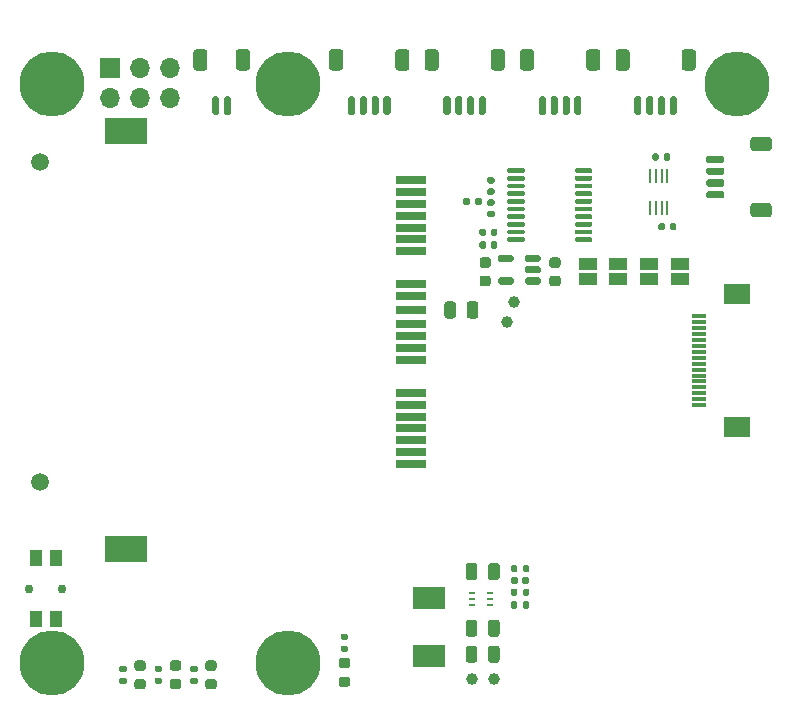
<source format=gbr>
G04 #@! TF.GenerationSoftware,KiCad,Pcbnew,(6.0.9)*
G04 #@! TF.CreationDate,2024-03-03T17:49:26-08:00*
G04 #@! TF.ProjectId,RPI5_CFE,52504935-5f43-4464-952e-6b696361645f,rev?*
G04 #@! TF.SameCoordinates,Original*
G04 #@! TF.FileFunction,Soldermask,Top*
G04 #@! TF.FilePolarity,Negative*
%FSLAX46Y46*%
G04 Gerber Fmt 4.6, Leading zero omitted, Abs format (unit mm)*
G04 Created by KiCad (PCBNEW (6.0.9)) date 2024-03-03 17:49:26*
%MOMM*%
%LPD*%
G01*
G04 APERTURE LIST*
%ADD10C,0.750000*%
%ADD11R,1.000000X1.450000*%
%ADD12R,1.500000X1.000000*%
%ADD13C,5.500000*%
%ADD14C,1.000000*%
%ADD15R,2.790000X1.903000*%
%ADD16R,0.254000X1.168400*%
%ADD17C,1.500000*%
%ADD18R,2.500000X0.700000*%
%ADD19R,3.600000X2.200000*%
%ADD20R,1.300000X0.300000*%
%ADD21R,2.200000X1.800000*%
%ADD22R,1.700000X1.700000*%
%ADD23O,1.700000X1.700000*%
%ADD24R,0.609600X0.279400*%
G04 APERTURE END LIST*
G04 #@! TO.C,D3*
G36*
G01*
X13743750Y-52275000D02*
X14256250Y-52275000D01*
G75*
G02*
X14475000Y-52493750I0J-218750D01*
G01*
X14475000Y-52931250D01*
G75*
G02*
X14256250Y-53150000I-218750J0D01*
G01*
X13743750Y-53150000D01*
G75*
G02*
X13525000Y-52931250I0J218750D01*
G01*
X13525000Y-52493750D01*
G75*
G02*
X13743750Y-52275000I218750J0D01*
G01*
G37*
G36*
G01*
X13743750Y-53850000D02*
X14256250Y-53850000D01*
G75*
G02*
X14475000Y-54068750I0J-218750D01*
G01*
X14475000Y-54506250D01*
G75*
G02*
X14256250Y-54725000I-218750J0D01*
G01*
X13743750Y-54725000D01*
G75*
G02*
X13525000Y-54506250I0J218750D01*
G01*
X13525000Y-54068750D01*
G75*
G02*
X13743750Y-53850000I218750J0D01*
G01*
G37*
G04 #@! TD*
D10*
G04 #@! TO.C,SW1*
X1625000Y-46200000D03*
X4375000Y-46200000D03*
D11*
X2150000Y-43625000D03*
X2150000Y-48775000D03*
X3850000Y-43625000D03*
X3850000Y-48775000D03*
G04 #@! TD*
G04 #@! TO.C,R1*
G36*
G01*
X39930000Y-13215000D02*
X39930000Y-13585000D01*
G75*
G02*
X39795000Y-13720000I-135000J0D01*
G01*
X39525000Y-13720000D01*
G75*
G02*
X39390000Y-13585000I0J135000D01*
G01*
X39390000Y-13215000D01*
G75*
G02*
X39525000Y-13080000I135000J0D01*
G01*
X39795000Y-13080000D01*
G75*
G02*
X39930000Y-13215000I0J-135000D01*
G01*
G37*
G36*
G01*
X38910000Y-13215000D02*
X38910000Y-13585000D01*
G75*
G02*
X38775000Y-13720000I-135000J0D01*
G01*
X38505000Y-13720000D01*
G75*
G02*
X38370000Y-13585000I0J135000D01*
G01*
X38370000Y-13215000D01*
G75*
G02*
X38505000Y-13080000I135000J0D01*
G01*
X38775000Y-13080000D01*
G75*
G02*
X38910000Y-13215000I0J-135000D01*
G01*
G37*
G04 #@! TD*
G04 #@! TO.C,D4*
G36*
G01*
X28556250Y-54513750D02*
X28043750Y-54513750D01*
G75*
G02*
X27825000Y-54295000I0J218750D01*
G01*
X27825000Y-53857500D01*
G75*
G02*
X28043750Y-53638750I218750J0D01*
G01*
X28556250Y-53638750D01*
G75*
G02*
X28775000Y-53857500I0J-218750D01*
G01*
X28775000Y-54295000D01*
G75*
G02*
X28556250Y-54513750I-218750J0D01*
G01*
G37*
G36*
G01*
X28556250Y-52938750D02*
X28043750Y-52938750D01*
G75*
G02*
X27825000Y-52720000I0J218750D01*
G01*
X27825000Y-52282500D01*
G75*
G02*
X28043750Y-52063750I218750J0D01*
G01*
X28556250Y-52063750D01*
G75*
G02*
X28775000Y-52282500I0J-218750D01*
G01*
X28775000Y-52720000D01*
G75*
G02*
X28556250Y-52938750I-218750J0D01*
G01*
G37*
G04 #@! TD*
G04 #@! TO.C,J9*
G36*
G01*
X56450000Y-4675000D02*
X56450000Y-5925000D01*
G75*
G02*
X56300000Y-6075000I-150000J0D01*
G01*
X56000000Y-6075000D01*
G75*
G02*
X55850000Y-5925000I0J150000D01*
G01*
X55850000Y-4675000D01*
G75*
G02*
X56000000Y-4525000I150000J0D01*
G01*
X56300000Y-4525000D01*
G75*
G02*
X56450000Y-4675000I0J-150000D01*
G01*
G37*
G36*
G01*
X55450000Y-4675000D02*
X55450000Y-5925000D01*
G75*
G02*
X55300000Y-6075000I-150000J0D01*
G01*
X55000000Y-6075000D01*
G75*
G02*
X54850000Y-5925000I0J150000D01*
G01*
X54850000Y-4675000D01*
G75*
G02*
X55000000Y-4525000I150000J0D01*
G01*
X55300000Y-4525000D01*
G75*
G02*
X55450000Y-4675000I0J-150000D01*
G01*
G37*
G36*
G01*
X54450000Y-4675000D02*
X54450000Y-5925000D01*
G75*
G02*
X54300000Y-6075000I-150000J0D01*
G01*
X54000000Y-6075000D01*
G75*
G02*
X53850000Y-5925000I0J150000D01*
G01*
X53850000Y-4675000D01*
G75*
G02*
X54000000Y-4525000I150000J0D01*
G01*
X54300000Y-4525000D01*
G75*
G02*
X54450000Y-4675000I0J-150000D01*
G01*
G37*
G36*
G01*
X53450000Y-4675000D02*
X53450000Y-5925000D01*
G75*
G02*
X53300000Y-6075000I-150000J0D01*
G01*
X53000000Y-6075000D01*
G75*
G02*
X52850000Y-5925000I0J150000D01*
G01*
X52850000Y-4675000D01*
G75*
G02*
X53000000Y-4525000I150000J0D01*
G01*
X53300000Y-4525000D01*
G75*
G02*
X53450000Y-4675000I0J-150000D01*
G01*
G37*
G36*
G01*
X52450000Y-775000D02*
X52450000Y-2075000D01*
G75*
G02*
X52200000Y-2325000I-250000J0D01*
G01*
X51500000Y-2325000D01*
G75*
G02*
X51250000Y-2075000I0J250000D01*
G01*
X51250000Y-775000D01*
G75*
G02*
X51500000Y-525000I250000J0D01*
G01*
X52200000Y-525000D01*
G75*
G02*
X52450000Y-775000I0J-250000D01*
G01*
G37*
G36*
G01*
X58050000Y-775000D02*
X58050000Y-2075000D01*
G75*
G02*
X57800000Y-2325000I-250000J0D01*
G01*
X57100000Y-2325000D01*
G75*
G02*
X56850000Y-2075000I0J250000D01*
G01*
X56850000Y-775000D01*
G75*
G02*
X57100000Y-525000I250000J0D01*
G01*
X57800000Y-525000D01*
G75*
G02*
X58050000Y-775000I0J-250000D01*
G01*
G37*
G04 #@! TD*
G04 #@! TO.C,D1*
G36*
G01*
X10743750Y-52275000D02*
X11256250Y-52275000D01*
G75*
G02*
X11475000Y-52493750I0J-218750D01*
G01*
X11475000Y-52931250D01*
G75*
G02*
X11256250Y-53150000I-218750J0D01*
G01*
X10743750Y-53150000D01*
G75*
G02*
X10525000Y-52931250I0J218750D01*
G01*
X10525000Y-52493750D01*
G75*
G02*
X10743750Y-52275000I218750J0D01*
G01*
G37*
G36*
G01*
X10743750Y-53850000D02*
X11256250Y-53850000D01*
G75*
G02*
X11475000Y-54068750I0J-218750D01*
G01*
X11475000Y-54506250D01*
G75*
G02*
X11256250Y-54725000I-218750J0D01*
G01*
X10743750Y-54725000D01*
G75*
G02*
X10525000Y-54506250I0J218750D01*
G01*
X10525000Y-54068750D01*
G75*
G02*
X10743750Y-53850000I218750J0D01*
G01*
G37*
G04 #@! TD*
G04 #@! TO.C,D2*
G36*
G01*
X16743750Y-52275000D02*
X17256250Y-52275000D01*
G75*
G02*
X17475000Y-52493750I0J-218750D01*
G01*
X17475000Y-52931250D01*
G75*
G02*
X17256250Y-53150000I-218750J0D01*
G01*
X16743750Y-53150000D01*
G75*
G02*
X16525000Y-52931250I0J218750D01*
G01*
X16525000Y-52493750D01*
G75*
G02*
X16743750Y-52275000I218750J0D01*
G01*
G37*
G36*
G01*
X16743750Y-53850000D02*
X17256250Y-53850000D01*
G75*
G02*
X17475000Y-54068750I0J-218750D01*
G01*
X17475000Y-54506250D01*
G75*
G02*
X17256250Y-54725000I-218750J0D01*
G01*
X16743750Y-54725000D01*
G75*
G02*
X16525000Y-54506250I0J218750D01*
G01*
X16525000Y-54068750D01*
G75*
G02*
X16743750Y-53850000I218750J0D01*
G01*
G37*
G04 #@! TD*
G04 #@! TO.C,R3*
G36*
G01*
X42389300Y-44685000D02*
X42389300Y-44315000D01*
G75*
G02*
X42524300Y-44180000I135000J0D01*
G01*
X42794300Y-44180000D01*
G75*
G02*
X42929300Y-44315000I0J-135000D01*
G01*
X42929300Y-44685000D01*
G75*
G02*
X42794300Y-44820000I-135000J0D01*
G01*
X42524300Y-44820000D01*
G75*
G02*
X42389300Y-44685000I0J135000D01*
G01*
G37*
G36*
G01*
X43409300Y-44685000D02*
X43409300Y-44315000D01*
G75*
G02*
X43544300Y-44180000I135000J0D01*
G01*
X43814300Y-44180000D01*
G75*
G02*
X43949300Y-44315000I0J-135000D01*
G01*
X43949300Y-44685000D01*
G75*
G02*
X43814300Y-44820000I-135000J0D01*
G01*
X43544300Y-44820000D01*
G75*
G02*
X43409300Y-44685000I0J135000D01*
G01*
G37*
G04 #@! TD*
G04 #@! TO.C,C8*
G36*
G01*
X39650000Y-22125000D02*
X39650000Y-23075000D01*
G75*
G02*
X39400000Y-23325000I-250000J0D01*
G01*
X38900000Y-23325000D01*
G75*
G02*
X38650000Y-23075000I0J250000D01*
G01*
X38650000Y-22125000D01*
G75*
G02*
X38900000Y-21875000I250000J0D01*
G01*
X39400000Y-21875000D01*
G75*
G02*
X39650000Y-22125000I0J-250000D01*
G01*
G37*
G36*
G01*
X37750000Y-22125000D02*
X37750000Y-23075000D01*
G75*
G02*
X37500000Y-23325000I-250000J0D01*
G01*
X37000000Y-23325000D01*
G75*
G02*
X36750000Y-23075000I0J250000D01*
G01*
X36750000Y-22125000D01*
G75*
G02*
X37000000Y-21875000I250000J0D01*
G01*
X37500000Y-21875000D01*
G75*
G02*
X37750000Y-22125000I0J-250000D01*
G01*
G37*
G04 #@! TD*
G04 #@! TO.C,J6*
G36*
G01*
X32200000Y-4675000D02*
X32200000Y-5925000D01*
G75*
G02*
X32050000Y-6075000I-150000J0D01*
G01*
X31750000Y-6075000D01*
G75*
G02*
X31600000Y-5925000I0J150000D01*
G01*
X31600000Y-4675000D01*
G75*
G02*
X31750000Y-4525000I150000J0D01*
G01*
X32050000Y-4525000D01*
G75*
G02*
X32200000Y-4675000I0J-150000D01*
G01*
G37*
G36*
G01*
X31200000Y-4675000D02*
X31200000Y-5925000D01*
G75*
G02*
X31050000Y-6075000I-150000J0D01*
G01*
X30750000Y-6075000D01*
G75*
G02*
X30600000Y-5925000I0J150000D01*
G01*
X30600000Y-4675000D01*
G75*
G02*
X30750000Y-4525000I150000J0D01*
G01*
X31050000Y-4525000D01*
G75*
G02*
X31200000Y-4675000I0J-150000D01*
G01*
G37*
G36*
G01*
X30200000Y-4675000D02*
X30200000Y-5925000D01*
G75*
G02*
X30050000Y-6075000I-150000J0D01*
G01*
X29750000Y-6075000D01*
G75*
G02*
X29600000Y-5925000I0J150000D01*
G01*
X29600000Y-4675000D01*
G75*
G02*
X29750000Y-4525000I150000J0D01*
G01*
X30050000Y-4525000D01*
G75*
G02*
X30200000Y-4675000I0J-150000D01*
G01*
G37*
G36*
G01*
X29200000Y-4675000D02*
X29200000Y-5925000D01*
G75*
G02*
X29050000Y-6075000I-150000J0D01*
G01*
X28750000Y-6075000D01*
G75*
G02*
X28600000Y-5925000I0J150000D01*
G01*
X28600000Y-4675000D01*
G75*
G02*
X28750000Y-4525000I150000J0D01*
G01*
X29050000Y-4525000D01*
G75*
G02*
X29200000Y-4675000I0J-150000D01*
G01*
G37*
G36*
G01*
X28200000Y-775000D02*
X28200000Y-2075000D01*
G75*
G02*
X27950000Y-2325000I-250000J0D01*
G01*
X27250000Y-2325000D01*
G75*
G02*
X27000000Y-2075000I0J250000D01*
G01*
X27000000Y-775000D01*
G75*
G02*
X27250000Y-525000I250000J0D01*
G01*
X27950000Y-525000D01*
G75*
G02*
X28200000Y-775000I0J-250000D01*
G01*
G37*
G36*
G01*
X33800000Y-775000D02*
X33800000Y-2075000D01*
G75*
G02*
X33550000Y-2325000I-250000J0D01*
G01*
X32850000Y-2325000D01*
G75*
G02*
X32600000Y-2075000I0J250000D01*
G01*
X32600000Y-775000D01*
G75*
G02*
X32850000Y-525000I250000J0D01*
G01*
X33550000Y-525000D01*
G75*
G02*
X33800000Y-775000I0J-250000D01*
G01*
G37*
G04 #@! TD*
G04 #@! TO.C,R7*
G36*
G01*
X28115000Y-50008750D02*
X28485000Y-50008750D01*
G75*
G02*
X28620000Y-50143750I0J-135000D01*
G01*
X28620000Y-50413750D01*
G75*
G02*
X28485000Y-50548750I-135000J0D01*
G01*
X28115000Y-50548750D01*
G75*
G02*
X27980000Y-50413750I0J135000D01*
G01*
X27980000Y-50143750D01*
G75*
G02*
X28115000Y-50008750I135000J0D01*
G01*
G37*
G36*
G01*
X28115000Y-51028750D02*
X28485000Y-51028750D01*
G75*
G02*
X28620000Y-51163750I0J-135000D01*
G01*
X28620000Y-51433750D01*
G75*
G02*
X28485000Y-51568750I-135000J0D01*
G01*
X28115000Y-51568750D01*
G75*
G02*
X27980000Y-51433750I0J135000D01*
G01*
X27980000Y-51163750D01*
G75*
G02*
X28115000Y-51028750I135000J0D01*
G01*
G37*
G04 #@! TD*
D12*
G04 #@! TO.C,JP2*
X48900000Y-18700000D03*
X48900000Y-20000000D03*
G04 #@! TD*
G04 #@! TO.C,R6*
G36*
G01*
X12365000Y-52720000D02*
X12735000Y-52720000D01*
G75*
G02*
X12870000Y-52855000I0J-135000D01*
G01*
X12870000Y-53125000D01*
G75*
G02*
X12735000Y-53260000I-135000J0D01*
G01*
X12365000Y-53260000D01*
G75*
G02*
X12230000Y-53125000I0J135000D01*
G01*
X12230000Y-52855000D01*
G75*
G02*
X12365000Y-52720000I135000J0D01*
G01*
G37*
G36*
G01*
X12365000Y-53740000D02*
X12735000Y-53740000D01*
G75*
G02*
X12870000Y-53875000I0J-135000D01*
G01*
X12870000Y-54145000D01*
G75*
G02*
X12735000Y-54280000I-135000J0D01*
G01*
X12365000Y-54280000D01*
G75*
G02*
X12230000Y-54145000I0J135000D01*
G01*
X12230000Y-53875000D01*
G75*
G02*
X12365000Y-53740000I135000J0D01*
G01*
G37*
G04 #@! TD*
D13*
G04 #@! TO.C,H2*
X23500000Y-3500000D03*
G04 #@! TD*
D14*
G04 #@! TO.C,TP6*
X42650000Y-21950000D03*
G04 #@! TD*
D15*
G04 #@! TO.C,L1*
X35500000Y-47023500D03*
X35500000Y-51876500D03*
G04 #@! TD*
G04 #@! TO.C,C11*
G36*
G01*
X40470000Y-20595000D02*
X39970000Y-20595000D01*
G75*
G02*
X39745000Y-20370000I0J225000D01*
G01*
X39745000Y-19920000D01*
G75*
G02*
X39970000Y-19695000I225000J0D01*
G01*
X40470000Y-19695000D01*
G75*
G02*
X40695000Y-19920000I0J-225000D01*
G01*
X40695000Y-20370000D01*
G75*
G02*
X40470000Y-20595000I-225000J0D01*
G01*
G37*
G36*
G01*
X40470000Y-19045000D02*
X39970000Y-19045000D01*
G75*
G02*
X39745000Y-18820000I0J225000D01*
G01*
X39745000Y-18370000D01*
G75*
G02*
X39970000Y-18145000I225000J0D01*
G01*
X40470000Y-18145000D01*
G75*
G02*
X40695000Y-18370000I0J-225000D01*
G01*
X40695000Y-18820000D01*
G75*
G02*
X40470000Y-19045000I-225000J0D01*
G01*
G37*
G04 #@! TD*
G04 #@! TO.C,U2*
G36*
G01*
X42087500Y-10900000D02*
X42087500Y-10700000D01*
G75*
G02*
X42187500Y-10600000I100000J0D01*
G01*
X43462500Y-10600000D01*
G75*
G02*
X43562500Y-10700000I0J-100000D01*
G01*
X43562500Y-10900000D01*
G75*
G02*
X43462500Y-11000000I-100000J0D01*
G01*
X42187500Y-11000000D01*
G75*
G02*
X42087500Y-10900000I0J100000D01*
G01*
G37*
G36*
G01*
X42087500Y-11550000D02*
X42087500Y-11350000D01*
G75*
G02*
X42187500Y-11250000I100000J0D01*
G01*
X43462500Y-11250000D01*
G75*
G02*
X43562500Y-11350000I0J-100000D01*
G01*
X43562500Y-11550000D01*
G75*
G02*
X43462500Y-11650000I-100000J0D01*
G01*
X42187500Y-11650000D01*
G75*
G02*
X42087500Y-11550000I0J100000D01*
G01*
G37*
G36*
G01*
X42087500Y-12200000D02*
X42087500Y-12000000D01*
G75*
G02*
X42187500Y-11900000I100000J0D01*
G01*
X43462500Y-11900000D01*
G75*
G02*
X43562500Y-12000000I0J-100000D01*
G01*
X43562500Y-12200000D01*
G75*
G02*
X43462500Y-12300000I-100000J0D01*
G01*
X42187500Y-12300000D01*
G75*
G02*
X42087500Y-12200000I0J100000D01*
G01*
G37*
G36*
G01*
X42087500Y-12850000D02*
X42087500Y-12650000D01*
G75*
G02*
X42187500Y-12550000I100000J0D01*
G01*
X43462500Y-12550000D01*
G75*
G02*
X43562500Y-12650000I0J-100000D01*
G01*
X43562500Y-12850000D01*
G75*
G02*
X43462500Y-12950000I-100000J0D01*
G01*
X42187500Y-12950000D01*
G75*
G02*
X42087500Y-12850000I0J100000D01*
G01*
G37*
G36*
G01*
X42087500Y-13500000D02*
X42087500Y-13300000D01*
G75*
G02*
X42187500Y-13200000I100000J0D01*
G01*
X43462500Y-13200000D01*
G75*
G02*
X43562500Y-13300000I0J-100000D01*
G01*
X43562500Y-13500000D01*
G75*
G02*
X43462500Y-13600000I-100000J0D01*
G01*
X42187500Y-13600000D01*
G75*
G02*
X42087500Y-13500000I0J100000D01*
G01*
G37*
G36*
G01*
X42087500Y-14150000D02*
X42087500Y-13950000D01*
G75*
G02*
X42187500Y-13850000I100000J0D01*
G01*
X43462500Y-13850000D01*
G75*
G02*
X43562500Y-13950000I0J-100000D01*
G01*
X43562500Y-14150000D01*
G75*
G02*
X43462500Y-14250000I-100000J0D01*
G01*
X42187500Y-14250000D01*
G75*
G02*
X42087500Y-14150000I0J100000D01*
G01*
G37*
G36*
G01*
X42087500Y-14800000D02*
X42087500Y-14600000D01*
G75*
G02*
X42187500Y-14500000I100000J0D01*
G01*
X43462500Y-14500000D01*
G75*
G02*
X43562500Y-14600000I0J-100000D01*
G01*
X43562500Y-14800000D01*
G75*
G02*
X43462500Y-14900000I-100000J0D01*
G01*
X42187500Y-14900000D01*
G75*
G02*
X42087500Y-14800000I0J100000D01*
G01*
G37*
G36*
G01*
X42087500Y-15450000D02*
X42087500Y-15250000D01*
G75*
G02*
X42187500Y-15150000I100000J0D01*
G01*
X43462500Y-15150000D01*
G75*
G02*
X43562500Y-15250000I0J-100000D01*
G01*
X43562500Y-15450000D01*
G75*
G02*
X43462500Y-15550000I-100000J0D01*
G01*
X42187500Y-15550000D01*
G75*
G02*
X42087500Y-15450000I0J100000D01*
G01*
G37*
G36*
G01*
X42087500Y-16100000D02*
X42087500Y-15900000D01*
G75*
G02*
X42187500Y-15800000I100000J0D01*
G01*
X43462500Y-15800000D01*
G75*
G02*
X43562500Y-15900000I0J-100000D01*
G01*
X43562500Y-16100000D01*
G75*
G02*
X43462500Y-16200000I-100000J0D01*
G01*
X42187500Y-16200000D01*
G75*
G02*
X42087500Y-16100000I0J100000D01*
G01*
G37*
G36*
G01*
X42087500Y-16750000D02*
X42087500Y-16550000D01*
G75*
G02*
X42187500Y-16450000I100000J0D01*
G01*
X43462500Y-16450000D01*
G75*
G02*
X43562500Y-16550000I0J-100000D01*
G01*
X43562500Y-16750000D01*
G75*
G02*
X43462500Y-16850000I-100000J0D01*
G01*
X42187500Y-16850000D01*
G75*
G02*
X42087500Y-16750000I0J100000D01*
G01*
G37*
G36*
G01*
X47812500Y-16750000D02*
X47812500Y-16550000D01*
G75*
G02*
X47912500Y-16450000I100000J0D01*
G01*
X49187500Y-16450000D01*
G75*
G02*
X49287500Y-16550000I0J-100000D01*
G01*
X49287500Y-16750000D01*
G75*
G02*
X49187500Y-16850000I-100000J0D01*
G01*
X47912500Y-16850000D01*
G75*
G02*
X47812500Y-16750000I0J100000D01*
G01*
G37*
G36*
G01*
X47812500Y-16100000D02*
X47812500Y-15900000D01*
G75*
G02*
X47912500Y-15800000I100000J0D01*
G01*
X49187500Y-15800000D01*
G75*
G02*
X49287500Y-15900000I0J-100000D01*
G01*
X49287500Y-16100000D01*
G75*
G02*
X49187500Y-16200000I-100000J0D01*
G01*
X47912500Y-16200000D01*
G75*
G02*
X47812500Y-16100000I0J100000D01*
G01*
G37*
G36*
G01*
X47812500Y-15450000D02*
X47812500Y-15250000D01*
G75*
G02*
X47912500Y-15150000I100000J0D01*
G01*
X49187500Y-15150000D01*
G75*
G02*
X49287500Y-15250000I0J-100000D01*
G01*
X49287500Y-15450000D01*
G75*
G02*
X49187500Y-15550000I-100000J0D01*
G01*
X47912500Y-15550000D01*
G75*
G02*
X47812500Y-15450000I0J100000D01*
G01*
G37*
G36*
G01*
X47812500Y-14800000D02*
X47812500Y-14600000D01*
G75*
G02*
X47912500Y-14500000I100000J0D01*
G01*
X49187500Y-14500000D01*
G75*
G02*
X49287500Y-14600000I0J-100000D01*
G01*
X49287500Y-14800000D01*
G75*
G02*
X49187500Y-14900000I-100000J0D01*
G01*
X47912500Y-14900000D01*
G75*
G02*
X47812500Y-14800000I0J100000D01*
G01*
G37*
G36*
G01*
X47812500Y-14150000D02*
X47812500Y-13950000D01*
G75*
G02*
X47912500Y-13850000I100000J0D01*
G01*
X49187500Y-13850000D01*
G75*
G02*
X49287500Y-13950000I0J-100000D01*
G01*
X49287500Y-14150000D01*
G75*
G02*
X49187500Y-14250000I-100000J0D01*
G01*
X47912500Y-14250000D01*
G75*
G02*
X47812500Y-14150000I0J100000D01*
G01*
G37*
G36*
G01*
X47812500Y-13500000D02*
X47812500Y-13300000D01*
G75*
G02*
X47912500Y-13200000I100000J0D01*
G01*
X49187500Y-13200000D01*
G75*
G02*
X49287500Y-13300000I0J-100000D01*
G01*
X49287500Y-13500000D01*
G75*
G02*
X49187500Y-13600000I-100000J0D01*
G01*
X47912500Y-13600000D01*
G75*
G02*
X47812500Y-13500000I0J100000D01*
G01*
G37*
G36*
G01*
X47812500Y-12850000D02*
X47812500Y-12650000D01*
G75*
G02*
X47912500Y-12550000I100000J0D01*
G01*
X49187500Y-12550000D01*
G75*
G02*
X49287500Y-12650000I0J-100000D01*
G01*
X49287500Y-12850000D01*
G75*
G02*
X49187500Y-12950000I-100000J0D01*
G01*
X47912500Y-12950000D01*
G75*
G02*
X47812500Y-12850000I0J100000D01*
G01*
G37*
G36*
G01*
X47812500Y-12200000D02*
X47812500Y-12000000D01*
G75*
G02*
X47912500Y-11900000I100000J0D01*
G01*
X49187500Y-11900000D01*
G75*
G02*
X49287500Y-12000000I0J-100000D01*
G01*
X49287500Y-12200000D01*
G75*
G02*
X49187500Y-12300000I-100000J0D01*
G01*
X47912500Y-12300000D01*
G75*
G02*
X47812500Y-12200000I0J100000D01*
G01*
G37*
G36*
G01*
X47812500Y-11550000D02*
X47812500Y-11350000D01*
G75*
G02*
X47912500Y-11250000I100000J0D01*
G01*
X49187500Y-11250000D01*
G75*
G02*
X49287500Y-11350000I0J-100000D01*
G01*
X49287500Y-11550000D01*
G75*
G02*
X49187500Y-11650000I-100000J0D01*
G01*
X47912500Y-11650000D01*
G75*
G02*
X47812500Y-11550000I0J100000D01*
G01*
G37*
G36*
G01*
X47812500Y-10900000D02*
X47812500Y-10700000D01*
G75*
G02*
X47912500Y-10600000I100000J0D01*
G01*
X49187500Y-10600000D01*
G75*
G02*
X49287500Y-10700000I0J-100000D01*
G01*
X49287500Y-10900000D01*
G75*
G02*
X49187500Y-11000000I-100000J0D01*
G01*
X47912500Y-11000000D01*
G75*
G02*
X47812500Y-10900000I0J100000D01*
G01*
G37*
G04 #@! TD*
G04 #@! TO.C,C9*
G36*
G01*
X42409300Y-45670000D02*
X42409300Y-45330000D01*
G75*
G02*
X42549300Y-45190000I140000J0D01*
G01*
X42829300Y-45190000D01*
G75*
G02*
X42969300Y-45330000I0J-140000D01*
G01*
X42969300Y-45670000D01*
G75*
G02*
X42829300Y-45810000I-140000J0D01*
G01*
X42549300Y-45810000D01*
G75*
G02*
X42409300Y-45670000I0J140000D01*
G01*
G37*
G36*
G01*
X43369300Y-45670000D02*
X43369300Y-45330000D01*
G75*
G02*
X43509300Y-45190000I140000J0D01*
G01*
X43789300Y-45190000D01*
G75*
G02*
X43929300Y-45330000I0J-140000D01*
G01*
X43929300Y-45670000D01*
G75*
G02*
X43789300Y-45810000I-140000J0D01*
G01*
X43509300Y-45810000D01*
G75*
G02*
X43369300Y-45670000I0J140000D01*
G01*
G37*
G04 #@! TD*
D13*
G04 #@! TO.C,H5*
X3500000Y-52500000D03*
G04 #@! TD*
G04 #@! TO.C,J7*
G36*
G01*
X40283333Y-4675000D02*
X40283333Y-5925000D01*
G75*
G02*
X40133333Y-6075000I-150000J0D01*
G01*
X39833333Y-6075000D01*
G75*
G02*
X39683333Y-5925000I0J150000D01*
G01*
X39683333Y-4675000D01*
G75*
G02*
X39833333Y-4525000I150000J0D01*
G01*
X40133333Y-4525000D01*
G75*
G02*
X40283333Y-4675000I0J-150000D01*
G01*
G37*
G36*
G01*
X39283333Y-4675000D02*
X39283333Y-5925000D01*
G75*
G02*
X39133333Y-6075000I-150000J0D01*
G01*
X38833333Y-6075000D01*
G75*
G02*
X38683333Y-5925000I0J150000D01*
G01*
X38683333Y-4675000D01*
G75*
G02*
X38833333Y-4525000I150000J0D01*
G01*
X39133333Y-4525000D01*
G75*
G02*
X39283333Y-4675000I0J-150000D01*
G01*
G37*
G36*
G01*
X38283333Y-4675000D02*
X38283333Y-5925000D01*
G75*
G02*
X38133333Y-6075000I-150000J0D01*
G01*
X37833333Y-6075000D01*
G75*
G02*
X37683333Y-5925000I0J150000D01*
G01*
X37683333Y-4675000D01*
G75*
G02*
X37833333Y-4525000I150000J0D01*
G01*
X38133333Y-4525000D01*
G75*
G02*
X38283333Y-4675000I0J-150000D01*
G01*
G37*
G36*
G01*
X37283333Y-4675000D02*
X37283333Y-5925000D01*
G75*
G02*
X37133333Y-6075000I-150000J0D01*
G01*
X36833333Y-6075000D01*
G75*
G02*
X36683333Y-5925000I0J150000D01*
G01*
X36683333Y-4675000D01*
G75*
G02*
X36833333Y-4525000I150000J0D01*
G01*
X37133333Y-4525000D01*
G75*
G02*
X37283333Y-4675000I0J-150000D01*
G01*
G37*
G36*
G01*
X41883333Y-775000D02*
X41883333Y-2075000D01*
G75*
G02*
X41633333Y-2325000I-250000J0D01*
G01*
X40933333Y-2325000D01*
G75*
G02*
X40683333Y-2075000I0J250000D01*
G01*
X40683333Y-775000D01*
G75*
G02*
X40933333Y-525000I250000J0D01*
G01*
X41633333Y-525000D01*
G75*
G02*
X41883333Y-775000I0J-250000D01*
G01*
G37*
G36*
G01*
X36283333Y-775000D02*
X36283333Y-2075000D01*
G75*
G02*
X36033333Y-2325000I-250000J0D01*
G01*
X35333333Y-2325000D01*
G75*
G02*
X35083333Y-2075000I0J250000D01*
G01*
X35083333Y-775000D01*
G75*
G02*
X35333333Y-525000I250000J0D01*
G01*
X36033333Y-525000D01*
G75*
G02*
X36283333Y-775000I0J-250000D01*
G01*
G37*
G04 #@! TD*
G04 #@! TO.C,C6*
G36*
G01*
X40870000Y-12860000D02*
X40530000Y-12860000D01*
G75*
G02*
X40390000Y-12720000I0J140000D01*
G01*
X40390000Y-12440000D01*
G75*
G02*
X40530000Y-12300000I140000J0D01*
G01*
X40870000Y-12300000D01*
G75*
G02*
X41010000Y-12440000I0J-140000D01*
G01*
X41010000Y-12720000D01*
G75*
G02*
X40870000Y-12860000I-140000J0D01*
G01*
G37*
G36*
G01*
X40870000Y-11900000D02*
X40530000Y-11900000D01*
G75*
G02*
X40390000Y-11760000I0J140000D01*
G01*
X40390000Y-11480000D01*
G75*
G02*
X40530000Y-11340000I140000J0D01*
G01*
X40870000Y-11340000D01*
G75*
G02*
X41010000Y-11480000I0J-140000D01*
G01*
X41010000Y-11760000D01*
G75*
G02*
X40870000Y-11900000I-140000J0D01*
G01*
G37*
G04 #@! TD*
D14*
G04 #@! TO.C,TP1*
X41000000Y-53850000D03*
G04 #@! TD*
G04 #@! TO.C,C1*
G36*
G01*
X38550000Y-45225000D02*
X38550000Y-44275000D01*
G75*
G02*
X38800000Y-44025000I250000J0D01*
G01*
X39300000Y-44025000D01*
G75*
G02*
X39550000Y-44275000I0J-250000D01*
G01*
X39550000Y-45225000D01*
G75*
G02*
X39300000Y-45475000I-250000J0D01*
G01*
X38800000Y-45475000D01*
G75*
G02*
X38550000Y-45225000I0J250000D01*
G01*
G37*
G36*
G01*
X40450000Y-45225000D02*
X40450000Y-44275000D01*
G75*
G02*
X40700000Y-44025000I250000J0D01*
G01*
X41200000Y-44025000D01*
G75*
G02*
X41450000Y-44275000I0J-250000D01*
G01*
X41450000Y-45225000D01*
G75*
G02*
X41200000Y-45475000I-250000J0D01*
G01*
X40700000Y-45475000D01*
G75*
G02*
X40450000Y-45225000I0J250000D01*
G01*
G37*
G04 #@! TD*
D16*
G04 #@! TO.C,U4*
X55650001Y-11228400D03*
X55150000Y-11228400D03*
X54650000Y-11228400D03*
X54149999Y-11228400D03*
X54149999Y-13971600D03*
X54650000Y-13971600D03*
X55150000Y-13971600D03*
X55650001Y-13971600D03*
G04 #@! TD*
G04 #@! TO.C,C10*
G36*
G01*
X45870000Y-18145000D02*
X46370000Y-18145000D01*
G75*
G02*
X46595000Y-18370000I0J-225000D01*
G01*
X46595000Y-18820000D01*
G75*
G02*
X46370000Y-19045000I-225000J0D01*
G01*
X45870000Y-19045000D01*
G75*
G02*
X45645000Y-18820000I0J225000D01*
G01*
X45645000Y-18370000D01*
G75*
G02*
X45870000Y-18145000I225000J0D01*
G01*
G37*
G36*
G01*
X45870000Y-19695000D02*
X46370000Y-19695000D01*
G75*
G02*
X46595000Y-19920000I0J-225000D01*
G01*
X46595000Y-20370000D01*
G75*
G02*
X46370000Y-20595000I-225000J0D01*
G01*
X45870000Y-20595000D01*
G75*
G02*
X45645000Y-20370000I0J225000D01*
G01*
X45645000Y-19920000D01*
G75*
G02*
X45870000Y-19695000I225000J0D01*
G01*
G37*
G04 #@! TD*
G04 #@! TO.C,C13*
G36*
G01*
X54890000Y-15720000D02*
X54890000Y-15380000D01*
G75*
G02*
X55030000Y-15240000I140000J0D01*
G01*
X55310000Y-15240000D01*
G75*
G02*
X55450000Y-15380000I0J-140000D01*
G01*
X55450000Y-15720000D01*
G75*
G02*
X55310000Y-15860000I-140000J0D01*
G01*
X55030000Y-15860000D01*
G75*
G02*
X54890000Y-15720000I0J140000D01*
G01*
G37*
G36*
G01*
X55850000Y-15720000D02*
X55850000Y-15380000D01*
G75*
G02*
X55990000Y-15240000I140000J0D01*
G01*
X56270000Y-15240000D01*
G75*
G02*
X56410000Y-15380000I0J-140000D01*
G01*
X56410000Y-15720000D01*
G75*
G02*
X56270000Y-15860000I-140000J0D01*
G01*
X55990000Y-15860000D01*
G75*
G02*
X55850000Y-15720000I0J140000D01*
G01*
G37*
G04 #@! TD*
D13*
G04 #@! TO.C,H4*
X23500000Y-52500000D03*
G04 #@! TD*
D17*
G04 #@! TO.C,J3*
X2525000Y-37190000D03*
X2525000Y-10040000D03*
D18*
X33925000Y-11625000D03*
X33925000Y-12625000D03*
X33925000Y-13625000D03*
X33925000Y-14625000D03*
X33925000Y-15625000D03*
X33925000Y-16625000D03*
X33925000Y-17625000D03*
X33925000Y-20425000D03*
X33925000Y-21425000D03*
X33925000Y-22625000D03*
X33925000Y-23825000D03*
X33925000Y-24825000D03*
X33925000Y-25825000D03*
X33925000Y-26825000D03*
X33925000Y-29625000D03*
X33925000Y-30625000D03*
X33925000Y-31625000D03*
X33925000Y-32625000D03*
X33925000Y-33625000D03*
X33925000Y-34625000D03*
X33925000Y-35625000D03*
D19*
X9825000Y-7470000D03*
X9825000Y-42820000D03*
G04 #@! TD*
D13*
G04 #@! TO.C,H1*
X3500000Y-3500000D03*
G04 #@! TD*
D12*
G04 #@! TO.C,JP4*
X51500000Y-18700000D03*
X51500000Y-20000000D03*
G04 #@! TD*
G04 #@! TO.C,C3*
G36*
G01*
X41450000Y-51275000D02*
X41450000Y-52225000D01*
G75*
G02*
X41200000Y-52475000I-250000J0D01*
G01*
X40700000Y-52475000D01*
G75*
G02*
X40450000Y-52225000I0J250000D01*
G01*
X40450000Y-51275000D01*
G75*
G02*
X40700000Y-51025000I250000J0D01*
G01*
X41200000Y-51025000D01*
G75*
G02*
X41450000Y-51275000I0J-250000D01*
G01*
G37*
G36*
G01*
X39550000Y-51275000D02*
X39550000Y-52225000D01*
G75*
G02*
X39300000Y-52475000I-250000J0D01*
G01*
X38800000Y-52475000D01*
G75*
G02*
X38550000Y-52225000I0J250000D01*
G01*
X38550000Y-51275000D01*
G75*
G02*
X38800000Y-51025000I250000J0D01*
G01*
X39300000Y-51025000D01*
G75*
G02*
X39550000Y-51275000I0J-250000D01*
G01*
G37*
G04 #@! TD*
G04 #@! TO.C,J8*
G36*
G01*
X48366666Y-4675000D02*
X48366666Y-5925000D01*
G75*
G02*
X48216666Y-6075000I-150000J0D01*
G01*
X47916666Y-6075000D01*
G75*
G02*
X47766666Y-5925000I0J150000D01*
G01*
X47766666Y-4675000D01*
G75*
G02*
X47916666Y-4525000I150000J0D01*
G01*
X48216666Y-4525000D01*
G75*
G02*
X48366666Y-4675000I0J-150000D01*
G01*
G37*
G36*
G01*
X47366666Y-4675000D02*
X47366666Y-5925000D01*
G75*
G02*
X47216666Y-6075000I-150000J0D01*
G01*
X46916666Y-6075000D01*
G75*
G02*
X46766666Y-5925000I0J150000D01*
G01*
X46766666Y-4675000D01*
G75*
G02*
X46916666Y-4525000I150000J0D01*
G01*
X47216666Y-4525000D01*
G75*
G02*
X47366666Y-4675000I0J-150000D01*
G01*
G37*
G36*
G01*
X46366666Y-4675000D02*
X46366666Y-5925000D01*
G75*
G02*
X46216666Y-6075000I-150000J0D01*
G01*
X45916666Y-6075000D01*
G75*
G02*
X45766666Y-5925000I0J150000D01*
G01*
X45766666Y-4675000D01*
G75*
G02*
X45916666Y-4525000I150000J0D01*
G01*
X46216666Y-4525000D01*
G75*
G02*
X46366666Y-4675000I0J-150000D01*
G01*
G37*
G36*
G01*
X45366666Y-4675000D02*
X45366666Y-5925000D01*
G75*
G02*
X45216666Y-6075000I-150000J0D01*
G01*
X44916666Y-6075000D01*
G75*
G02*
X44766666Y-5925000I0J150000D01*
G01*
X44766666Y-4675000D01*
G75*
G02*
X44916666Y-4525000I150000J0D01*
G01*
X45216666Y-4525000D01*
G75*
G02*
X45366666Y-4675000I0J-150000D01*
G01*
G37*
G36*
G01*
X49966666Y-775000D02*
X49966666Y-2075000D01*
G75*
G02*
X49716666Y-2325000I-250000J0D01*
G01*
X49016666Y-2325000D01*
G75*
G02*
X48766666Y-2075000I0J250000D01*
G01*
X48766666Y-775000D01*
G75*
G02*
X49016666Y-525000I250000J0D01*
G01*
X49716666Y-525000D01*
G75*
G02*
X49966666Y-775000I0J-250000D01*
G01*
G37*
G36*
G01*
X44366666Y-775000D02*
X44366666Y-2075000D01*
G75*
G02*
X44116666Y-2325000I-250000J0D01*
G01*
X43416666Y-2325000D01*
G75*
G02*
X43166666Y-2075000I0J250000D01*
G01*
X43166666Y-775000D01*
G75*
G02*
X43416666Y-525000I250000J0D01*
G01*
X44116666Y-525000D01*
G75*
G02*
X44366666Y-775000I0J-250000D01*
G01*
G37*
G04 #@! TD*
G04 #@! TO.C,C5*
G36*
G01*
X41247500Y-16930000D02*
X41247500Y-17270000D01*
G75*
G02*
X41107500Y-17410000I-140000J0D01*
G01*
X40827500Y-17410000D01*
G75*
G02*
X40687500Y-17270000I0J140000D01*
G01*
X40687500Y-16930000D01*
G75*
G02*
X40827500Y-16790000I140000J0D01*
G01*
X41107500Y-16790000D01*
G75*
G02*
X41247500Y-16930000I0J-140000D01*
G01*
G37*
G36*
G01*
X40287500Y-16930000D02*
X40287500Y-17270000D01*
G75*
G02*
X40147500Y-17410000I-140000J0D01*
G01*
X39867500Y-17410000D01*
G75*
G02*
X39727500Y-17270000I0J140000D01*
G01*
X39727500Y-16930000D01*
G75*
G02*
X39867500Y-16790000I140000J0D01*
G01*
X40147500Y-16790000D01*
G75*
G02*
X40287500Y-16930000I0J-140000D01*
G01*
G37*
G04 #@! TD*
G04 #@! TO.C,J2*
G36*
G01*
X18700000Y-4675000D02*
X18700000Y-5925000D01*
G75*
G02*
X18550000Y-6075000I-150000J0D01*
G01*
X18250000Y-6075000D01*
G75*
G02*
X18100000Y-5925000I0J150000D01*
G01*
X18100000Y-4675000D01*
G75*
G02*
X18250000Y-4525000I150000J0D01*
G01*
X18550000Y-4525000D01*
G75*
G02*
X18700000Y-4675000I0J-150000D01*
G01*
G37*
G36*
G01*
X17700000Y-4675000D02*
X17700000Y-5925000D01*
G75*
G02*
X17550000Y-6075000I-150000J0D01*
G01*
X17250000Y-6075000D01*
G75*
G02*
X17100000Y-5925000I0J150000D01*
G01*
X17100000Y-4675000D01*
G75*
G02*
X17250000Y-4525000I150000J0D01*
G01*
X17550000Y-4525000D01*
G75*
G02*
X17700000Y-4675000I0J-150000D01*
G01*
G37*
G36*
G01*
X20300000Y-775000D02*
X20300000Y-2075000D01*
G75*
G02*
X20050000Y-2325000I-250000J0D01*
G01*
X19350000Y-2325000D01*
G75*
G02*
X19100000Y-2075000I0J250000D01*
G01*
X19100000Y-775000D01*
G75*
G02*
X19350000Y-525000I250000J0D01*
G01*
X20050000Y-525000D01*
G75*
G02*
X20300000Y-775000I0J-250000D01*
G01*
G37*
G36*
G01*
X16700000Y-775000D02*
X16700000Y-2075000D01*
G75*
G02*
X16450000Y-2325000I-250000J0D01*
G01*
X15750000Y-2325000D01*
G75*
G02*
X15500000Y-2075000I0J250000D01*
G01*
X15500000Y-775000D01*
G75*
G02*
X15750000Y-525000I250000J0D01*
G01*
X16450000Y-525000D01*
G75*
G02*
X16700000Y-775000I0J-250000D01*
G01*
G37*
G04 #@! TD*
G04 #@! TO.C,J4*
G36*
G01*
X60325000Y-13150000D02*
X59075000Y-13150000D01*
G75*
G02*
X58925000Y-13000000I0J150000D01*
G01*
X58925000Y-12700000D01*
G75*
G02*
X59075000Y-12550000I150000J0D01*
G01*
X60325000Y-12550000D01*
G75*
G02*
X60475000Y-12700000I0J-150000D01*
G01*
X60475000Y-13000000D01*
G75*
G02*
X60325000Y-13150000I-150000J0D01*
G01*
G37*
G36*
G01*
X60325000Y-12150000D02*
X59075000Y-12150000D01*
G75*
G02*
X58925000Y-12000000I0J150000D01*
G01*
X58925000Y-11700000D01*
G75*
G02*
X59075000Y-11550000I150000J0D01*
G01*
X60325000Y-11550000D01*
G75*
G02*
X60475000Y-11700000I0J-150000D01*
G01*
X60475000Y-12000000D01*
G75*
G02*
X60325000Y-12150000I-150000J0D01*
G01*
G37*
G36*
G01*
X60325000Y-11150000D02*
X59075000Y-11150000D01*
G75*
G02*
X58925000Y-11000000I0J150000D01*
G01*
X58925000Y-10700000D01*
G75*
G02*
X59075000Y-10550000I150000J0D01*
G01*
X60325000Y-10550000D01*
G75*
G02*
X60475000Y-10700000I0J-150000D01*
G01*
X60475000Y-11000000D01*
G75*
G02*
X60325000Y-11150000I-150000J0D01*
G01*
G37*
G36*
G01*
X60325000Y-10150000D02*
X59075000Y-10150000D01*
G75*
G02*
X58925000Y-10000000I0J150000D01*
G01*
X58925000Y-9700000D01*
G75*
G02*
X59075000Y-9550000I150000J0D01*
G01*
X60325000Y-9550000D01*
G75*
G02*
X60475000Y-9700000I0J-150000D01*
G01*
X60475000Y-10000000D01*
G75*
G02*
X60325000Y-10150000I-150000J0D01*
G01*
G37*
G36*
G01*
X64225000Y-9150000D02*
X62925000Y-9150000D01*
G75*
G02*
X62675000Y-8900000I0J250000D01*
G01*
X62675000Y-8200000D01*
G75*
G02*
X62925000Y-7950000I250000J0D01*
G01*
X64225000Y-7950000D01*
G75*
G02*
X64475000Y-8200000I0J-250000D01*
G01*
X64475000Y-8900000D01*
G75*
G02*
X64225000Y-9150000I-250000J0D01*
G01*
G37*
G36*
G01*
X64225000Y-14750000D02*
X62925000Y-14750000D01*
G75*
G02*
X62675000Y-14500000I0J250000D01*
G01*
X62675000Y-13800000D01*
G75*
G02*
X62925000Y-13550000I250000J0D01*
G01*
X64225000Y-13550000D01*
G75*
G02*
X64475000Y-13800000I0J-250000D01*
G01*
X64475000Y-14500000D01*
G75*
G02*
X64225000Y-14750000I-250000J0D01*
G01*
G37*
G04 #@! TD*
G04 #@! TO.C,R4*
G36*
G01*
X9365000Y-52720000D02*
X9735000Y-52720000D01*
G75*
G02*
X9870000Y-52855000I0J-135000D01*
G01*
X9870000Y-53125000D01*
G75*
G02*
X9735000Y-53260000I-135000J0D01*
G01*
X9365000Y-53260000D01*
G75*
G02*
X9230000Y-53125000I0J135000D01*
G01*
X9230000Y-52855000D01*
G75*
G02*
X9365000Y-52720000I135000J0D01*
G01*
G37*
G36*
G01*
X9365000Y-53740000D02*
X9735000Y-53740000D01*
G75*
G02*
X9870000Y-53875000I0J-135000D01*
G01*
X9870000Y-54145000D01*
G75*
G02*
X9735000Y-54280000I-135000J0D01*
G01*
X9365000Y-54280000D01*
G75*
G02*
X9230000Y-54145000I0J135000D01*
G01*
X9230000Y-53875000D01*
G75*
G02*
X9365000Y-53740000I135000J0D01*
G01*
G37*
G04 #@! TD*
G04 #@! TO.C,R14*
G36*
G01*
X43949300Y-47415000D02*
X43949300Y-47785000D01*
G75*
G02*
X43814300Y-47920000I-135000J0D01*
G01*
X43544300Y-47920000D01*
G75*
G02*
X43409300Y-47785000I0J135000D01*
G01*
X43409300Y-47415000D01*
G75*
G02*
X43544300Y-47280000I135000J0D01*
G01*
X43814300Y-47280000D01*
G75*
G02*
X43949300Y-47415000I0J-135000D01*
G01*
G37*
G36*
G01*
X42929300Y-47415000D02*
X42929300Y-47785000D01*
G75*
G02*
X42794300Y-47920000I-135000J0D01*
G01*
X42524300Y-47920000D01*
G75*
G02*
X42389300Y-47785000I0J135000D01*
G01*
X42389300Y-47415000D01*
G75*
G02*
X42524300Y-47280000I135000J0D01*
G01*
X42794300Y-47280000D01*
G75*
G02*
X42929300Y-47415000I0J-135000D01*
G01*
G37*
G04 #@! TD*
G04 #@! TO.C,JP3*
X56700000Y-18700000D03*
X56700000Y-20000000D03*
G04 #@! TD*
G04 #@! TO.C,C2*
G36*
G01*
X38550000Y-50025000D02*
X38550000Y-49075000D01*
G75*
G02*
X38800000Y-48825000I250000J0D01*
G01*
X39300000Y-48825000D01*
G75*
G02*
X39550000Y-49075000I0J-250000D01*
G01*
X39550000Y-50025000D01*
G75*
G02*
X39300000Y-50275000I-250000J0D01*
G01*
X38800000Y-50275000D01*
G75*
G02*
X38550000Y-50025000I0J250000D01*
G01*
G37*
G36*
G01*
X40450000Y-50025000D02*
X40450000Y-49075000D01*
G75*
G02*
X40700000Y-48825000I250000J0D01*
G01*
X41200000Y-48825000D01*
G75*
G02*
X41450000Y-49075000I0J-250000D01*
G01*
X41450000Y-50025000D01*
G75*
G02*
X41200000Y-50275000I-250000J0D01*
G01*
X40700000Y-50275000D01*
G75*
G02*
X40450000Y-50025000I0J250000D01*
G01*
G37*
G04 #@! TD*
D14*
G04 #@! TO.C,TP7*
X42100000Y-23650000D03*
G04 #@! TD*
D13*
G04 #@! TO.C,H3*
X61500000Y-3500000D03*
G04 #@! TD*
G04 #@! TO.C,C7*
G36*
G01*
X41247500Y-15855000D02*
X41247500Y-16195000D01*
G75*
G02*
X41107500Y-16335000I-140000J0D01*
G01*
X40827500Y-16335000D01*
G75*
G02*
X40687500Y-16195000I0J140000D01*
G01*
X40687500Y-15855000D01*
G75*
G02*
X40827500Y-15715000I140000J0D01*
G01*
X41107500Y-15715000D01*
G75*
G02*
X41247500Y-15855000I0J-140000D01*
G01*
G37*
G36*
G01*
X40287500Y-15855000D02*
X40287500Y-16195000D01*
G75*
G02*
X40147500Y-16335000I-140000J0D01*
G01*
X39867500Y-16335000D01*
G75*
G02*
X39727500Y-16195000I0J140000D01*
G01*
X39727500Y-15855000D01*
G75*
G02*
X39867500Y-15715000I140000J0D01*
G01*
X40147500Y-15715000D01*
G75*
G02*
X40287500Y-15855000I0J-140000D01*
G01*
G37*
G04 #@! TD*
G04 #@! TO.C,C12*
G36*
G01*
X54365000Y-9820000D02*
X54365000Y-9480000D01*
G75*
G02*
X54505000Y-9340000I140000J0D01*
G01*
X54785000Y-9340000D01*
G75*
G02*
X54925000Y-9480000I0J-140000D01*
G01*
X54925000Y-9820000D01*
G75*
G02*
X54785000Y-9960000I-140000J0D01*
G01*
X54505000Y-9960000D01*
G75*
G02*
X54365000Y-9820000I0J140000D01*
G01*
G37*
G36*
G01*
X55325000Y-9820000D02*
X55325000Y-9480000D01*
G75*
G02*
X55465000Y-9340000I140000J0D01*
G01*
X55745000Y-9340000D01*
G75*
G02*
X55885000Y-9480000I0J-140000D01*
G01*
X55885000Y-9820000D01*
G75*
G02*
X55745000Y-9960000I-140000J0D01*
G01*
X55465000Y-9960000D01*
G75*
G02*
X55325000Y-9820000I0J140000D01*
G01*
G37*
G04 #@! TD*
G04 #@! TO.C,U3*
G36*
G01*
X44900000Y-20000000D02*
X44900000Y-20300000D01*
G75*
G02*
X44750000Y-20450000I-150000J0D01*
G01*
X43725000Y-20450000D01*
G75*
G02*
X43575000Y-20300000I0J150000D01*
G01*
X43575000Y-20000000D01*
G75*
G02*
X43725000Y-19850000I150000J0D01*
G01*
X44750000Y-19850000D01*
G75*
G02*
X44900000Y-20000000I0J-150000D01*
G01*
G37*
G36*
G01*
X44900000Y-19050000D02*
X44900000Y-19350000D01*
G75*
G02*
X44750000Y-19500000I-150000J0D01*
G01*
X43725000Y-19500000D01*
G75*
G02*
X43575000Y-19350000I0J150000D01*
G01*
X43575000Y-19050000D01*
G75*
G02*
X43725000Y-18900000I150000J0D01*
G01*
X44750000Y-18900000D01*
G75*
G02*
X44900000Y-19050000I0J-150000D01*
G01*
G37*
G36*
G01*
X44900000Y-18100000D02*
X44900000Y-18400000D01*
G75*
G02*
X44750000Y-18550000I-150000J0D01*
G01*
X43725000Y-18550000D01*
G75*
G02*
X43575000Y-18400000I0J150000D01*
G01*
X43575000Y-18100000D01*
G75*
G02*
X43725000Y-17950000I150000J0D01*
G01*
X44750000Y-17950000D01*
G75*
G02*
X44900000Y-18100000I0J-150000D01*
G01*
G37*
G36*
G01*
X42625000Y-18100000D02*
X42625000Y-18400000D01*
G75*
G02*
X42475000Y-18550000I-150000J0D01*
G01*
X41450000Y-18550000D01*
G75*
G02*
X41300000Y-18400000I0J150000D01*
G01*
X41300000Y-18100000D01*
G75*
G02*
X41450000Y-17950000I150000J0D01*
G01*
X42475000Y-17950000D01*
G75*
G02*
X42625000Y-18100000I0J-150000D01*
G01*
G37*
G36*
G01*
X42625000Y-20000000D02*
X42625000Y-20300000D01*
G75*
G02*
X42475000Y-20450000I-150000J0D01*
G01*
X41450000Y-20450000D01*
G75*
G02*
X41300000Y-20300000I0J150000D01*
G01*
X41300000Y-20000000D01*
G75*
G02*
X41450000Y-19850000I150000J0D01*
G01*
X42475000Y-19850000D01*
G75*
G02*
X42625000Y-20000000I0J-150000D01*
G01*
G37*
G04 #@! TD*
D20*
G04 #@! TO.C,J1*
X58300000Y-30650000D03*
X58300000Y-30150000D03*
X58300000Y-29650000D03*
X58300000Y-29150000D03*
X58300000Y-28650000D03*
X58300000Y-28150000D03*
X58300000Y-27650000D03*
X58300000Y-27150000D03*
X58300000Y-26650000D03*
X58300000Y-26150000D03*
X58300000Y-25650000D03*
X58300000Y-25150000D03*
X58300000Y-24650000D03*
X58300000Y-24150000D03*
X58300000Y-23650000D03*
X58300000Y-23150000D03*
D21*
X61550000Y-21250000D03*
X61550000Y-32550000D03*
G04 #@! TD*
G04 #@! TO.C,R5*
G36*
G01*
X15365000Y-52720000D02*
X15735000Y-52720000D01*
G75*
G02*
X15870000Y-52855000I0J-135000D01*
G01*
X15870000Y-53125000D01*
G75*
G02*
X15735000Y-53260000I-135000J0D01*
G01*
X15365000Y-53260000D01*
G75*
G02*
X15230000Y-53125000I0J135000D01*
G01*
X15230000Y-52855000D01*
G75*
G02*
X15365000Y-52720000I135000J0D01*
G01*
G37*
G36*
G01*
X15365000Y-53740000D02*
X15735000Y-53740000D01*
G75*
G02*
X15870000Y-53875000I0J-135000D01*
G01*
X15870000Y-54145000D01*
G75*
G02*
X15735000Y-54280000I-135000J0D01*
G01*
X15365000Y-54280000D01*
G75*
G02*
X15230000Y-54145000I0J135000D01*
G01*
X15230000Y-53875000D01*
G75*
G02*
X15365000Y-53740000I135000J0D01*
G01*
G37*
G04 #@! TD*
D22*
G04 #@! TO.C,J5*
X8460000Y-2100000D03*
D23*
X8460000Y-4640000D03*
X11000000Y-2100000D03*
X11000000Y-4640000D03*
X13540000Y-2100000D03*
X13540000Y-4640000D03*
G04 #@! TD*
D12*
G04 #@! TO.C,JP1*
X54100000Y-18700000D03*
X54100000Y-20000000D03*
G04 #@! TD*
D14*
G04 #@! TO.C,TP_3V1*
X39059300Y-53850000D03*
G04 #@! TD*
G04 #@! TO.C,R2*
G36*
G01*
X43949300Y-46321100D02*
X43949300Y-46691100D01*
G75*
G02*
X43814300Y-46826100I-135000J0D01*
G01*
X43544300Y-46826100D01*
G75*
G02*
X43409300Y-46691100I0J135000D01*
G01*
X43409300Y-46321100D01*
G75*
G02*
X43544300Y-46186100I135000J0D01*
G01*
X43814300Y-46186100D01*
G75*
G02*
X43949300Y-46321100I0J-135000D01*
G01*
G37*
G36*
G01*
X42929300Y-46321100D02*
X42929300Y-46691100D01*
G75*
G02*
X42794300Y-46826100I-135000J0D01*
G01*
X42524300Y-46826100D01*
G75*
G02*
X42389300Y-46691100I0J135000D01*
G01*
X42389300Y-46321100D01*
G75*
G02*
X42524300Y-46186100I135000J0D01*
G01*
X42794300Y-46186100D01*
G75*
G02*
X42929300Y-46321100I0J-135000D01*
G01*
G37*
G04 #@! TD*
D24*
G04 #@! TO.C,U1*
X39110000Y-46549874D03*
X39110000Y-47050000D03*
X39110000Y-47550126D03*
X40608600Y-47550126D03*
X40608600Y-47050000D03*
X40608600Y-46549874D03*
G04 #@! TD*
G04 #@! TO.C,C4*
G36*
G01*
X40530000Y-13240000D02*
X40870000Y-13240000D01*
G75*
G02*
X41010000Y-13380000I0J-140000D01*
G01*
X41010000Y-13660000D01*
G75*
G02*
X40870000Y-13800000I-140000J0D01*
G01*
X40530000Y-13800000D01*
G75*
G02*
X40390000Y-13660000I0J140000D01*
G01*
X40390000Y-13380000D01*
G75*
G02*
X40530000Y-13240000I140000J0D01*
G01*
G37*
G36*
G01*
X40530000Y-14200000D02*
X40870000Y-14200000D01*
G75*
G02*
X41010000Y-14340000I0J-140000D01*
G01*
X41010000Y-14620000D01*
G75*
G02*
X40870000Y-14760000I-140000J0D01*
G01*
X40530000Y-14760000D01*
G75*
G02*
X40390000Y-14620000I0J140000D01*
G01*
X40390000Y-14340000D01*
G75*
G02*
X40530000Y-14200000I140000J0D01*
G01*
G37*
G04 #@! TD*
M02*

</source>
